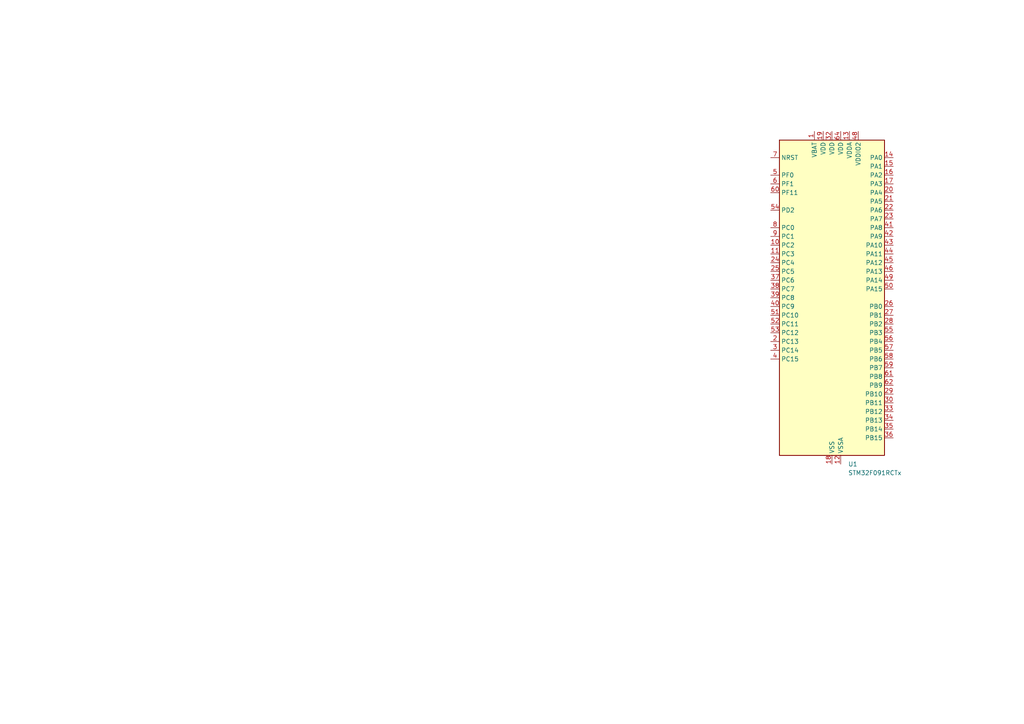
<source format=kicad_sch>
(kicad_sch (version 20250114) (generator "eeschema") (generator_version "9.0")
  (paper "A4")
  (lib_symbols
    (symbol "MCU_ST_STM32F0:STM32F091RCTx"
      (property "Reference" "U" (at -15.24 46.99 0))
      (property "Value" "STM32F091RCTx" (at 10.16 46.99 0))
      (symbol "STM32F091RCTx_0_1"
        (rectangle (start -15.24 -45.72) (end 15.24 45.72) (stroke (width 0.254)) (fill (type background)))
      )
      (symbol "STM32F091RCTx_1_1"
        (pin input line (at -17.78 40.64 0) (length 2.54) (name "NRST") (number "7"))
        (pin bidirectional line (at -17.78 35.56 0) (length 2.54) (name "PF0") (number "5"))
        (pin bidirectional line (at -17.78 33.02 0) (length 2.54) (name "PF1") (number "6"))
        (pin bidirectional line (at -17.78 30.48 0) (length 2.54) (name "PF11") (number "60"))
        (pin bidirectional line (at -17.78 25.4 0) (length 2.54) (name "PD2") (number "54"))
        (pin bidirectional line (at -17.78 20.32 0) (length 2.54) (name "PC0") (number "8"))
        (pin bidirectional line (at -17.78 17.78 0) (length 2.54) (name "PC1") (number "9"))
        (pin bidirectional line (at -17.78 15.24 0) (length 2.54) (name "PC2") (number "10"))
        (pin bidirectional line (at -17.78 12.7 0) (length 2.54) (name "PC3") (number "11"))
        (pin bidirectional line (at -17.78 10.16 0) (length 2.54) (name "PC4") (number "24"))
        (pin bidirectional line (at -17.78 7.62 0) (length 2.54) (name "PC5") (number "25"))
        (pin bidirectional line (at -17.78 5.08 0) (length 2.54) (name "PC6") (number "37"))
        (pin bidirectional line (at -17.78 2.54 0) (length 2.54) (name "PC7") (number "38"))
        (pin bidirectional line (at -17.78 0 0) (length 2.54) (name "PC8") (number "39"))
        (pin bidirectional line (at -17.78 -2.54 0) (length 2.54) (name "PC9") (number "40"))
        (pin bidirectional line (at -17.78 -5.08 0) (length 2.54) (name "PC10") (number "51"))
        (pin bidirectional line (at -17.78 -7.62 0) (length 2.54) (name "PC11") (number "52"))
        (pin bidirectional line (at -17.78 -10.16 0) (length 2.54) (name "PC12") (number "53"))
        (pin bidirectional line (at -17.78 -12.7 0) (length 2.54) (name "PC13") (number "2"))
        (pin bidirectional line (at -17.78 -15.24 0) (length 2.54) (name "PC14") (number "3"))
        (pin bidirectional line (at -17.78 -17.78 0) (length 2.54) (name "PC15") (number "4"))
        (pin power_in line (at -5.08 48.26 270) (length 2.54) (name "VBAT") (number "1"))
        (pin power_in line (at -2.54 48.26 270) (length 2.54) (name "VDD") (number "19"))
        (pin power_in line (at 0 48.26 270) (length 2.54) (name "VDD") (number "32"))
        (pin power_in line (at 0 -48.26 90) (length 2.54) (name "VSS") (number "18"))
        (pin passive line (at 0 -48.26 90) (length 2.54) (hide yes) (name "VSS") (number "31"))
        (pin passive line (at 0 -48.26 90) (length 2.54) (hide yes) (name "VSS") (number "47"))
        (pin passive line (at 0 -48.26 90) (length 2.54) (hide yes) (name "VSS") (number "63"))
        (pin power_in line (at 2.54 48.26 270) (length 2.54) (name "VDD") (number "64"))
        (pin power_in line (at 2.54 -48.26 90) (length 2.54) (name "VSSA") (number "12"))
        (pin power_in line (at 5.08 48.26 270) (length 2.54) (name "VDDA") (number "13"))
        (pin power_in line (at 7.62 48.26 270) (length 2.54) (name "VDDIO2") (number "48"))
        (pin bidirectional line (at 17.78 40.64 180) (length 2.54) (name "PA0") (number "14"))
        (pin bidirectional line (at 17.78 38.1 180) (length 2.54) (name "PA1") (number "15"))
        (pin bidirectional line (at 17.78 35.56 180) (length 2.54) (name "PA2") (number "16"))
        (pin bidirectional line (at 17.78 33.02 180) (length 2.54) (name "PA3") (number "17"))
        (pin bidirectional line (at 17.78 30.48 180) (length 2.54) (name "PA4") (number "20"))
        (pin bidirectional line (at 17.78 27.94 180) (length 2.54) (name "PA5") (number "21"))
        (pin bidirectional line (at 17.78 25.4 180) (length 2.54) (name "PA6") (number "22"))
        (pin bidirectional line (at 17.78 22.86 180) (length 2.54) (name "PA7") (number "23"))
        (pin bidirectional line (at 17.78 20.32 180) (length 2.54) (name "PA8") (number "41"))
        (pin bidirectional line (at 17.78 17.78 180) (length 2.54) (name "PA9") (number "42"))
        (pin bidirectional line (at 17.78 15.24 180) (length 2.54) (name "PA10") (number "43"))
        (pin bidirectional line (at 17.78 12.7 180) (length 2.54) (name "PA11") (number "44"))
        (pin bidirectional line (at 17.78 10.16 180) (length 2.54) (name "PA12") (number "45"))
        (pin bidirectional line (at 17.78 7.62 180) (length 2.54) (name "PA13") (number "46"))
        (pin bidirectional line (at 17.78 5.08 180) (length 2.54) (name "PA14") (number "49"))
        (pin bidirectional line (at 17.78 2.54 180) (length 2.54) (name "PA15") (number "50"))
        (pin bidirectional line (at 17.78 -2.54 180) (length 2.54) (name "PB0") (number "26"))
        (pin bidirectional line (at 17.78 -5.08 180) (length 2.54) (name "PB1") (number "27"))
        (pin bidirectional line (at 17.78 -7.62 180) (length 2.54) (name "PB2") (number "28"))
        (pin bidirectional line (at 17.78 -10.16 180) (length 2.54) (name "PB3") (number "55"))
        (pin bidirectional line (at 17.78 -12.7 180) (length 2.54) (name "PB4") (number "56"))
        (pin bidirectional line (at 17.78 -15.24 180) (length 2.54) (name "PB5") (number "57"))
        (pin bidirectional line (at 17.78 -17.78 180) (length 2.54) (name "PB6") (number "58"))
        (pin bidirectional line (at 17.78 -20.32 180) (length 2.54) (name "PB7") (number "59"))
        (pin bidirectional line (at 17.78 -22.86 180) (length 2.54) (name "PB8") (number "61"))
        (pin bidirectional line (at 17.78 -25.4 180) (length 2.54) (name "PB9") (number "62"))
        (pin bidirectional line (at 17.78 -27.94 180) (length 2.54) (name "PB10") (number "29"))
        (pin bidirectional line (at 17.78 -30.48 180) (length 2.54) (name "PB11") (number "30"))
        (pin bidirectional line (at 17.78 -33.02 180) (length 2.54) (name "PB12") (number "33"))
        (pin bidirectional line (at 17.78 -35.56 180) (length 2.54) (name "PB13") (number "34"))
        (pin bidirectional line (at 17.78 -38.1 180) (length 2.54) (name "PB14") (number "35"))
        (pin bidirectional line (at 17.78 -40.64 180) (length 2.54) (name "PB15") (number "36"))
      )
    )
  )
  (symbol (lib_id "MCU_ST_STM32F0:STM32F091RCTx") (at 241.3 86.36 0) (unit 1)
    (property "Reference" "U1" (at 245.9833 134.62 0) (effects (justify left)))
    (property "Value" "STM32F091RCTx" (at 245.9833 137.16 0) (effects (justify left)))
    (property "Footprint" "Package_QFP:LQFP-64_10x10mm_P0.5mm" (effects (hide yes)))
    (property "Datasheet" "https://www.st.com/resource/en/datasheet/stm32f091rc.pdf" (effects (hide yes)))
    (property "Description" "STMicroelectronics Arm Cortex-M0 MCU, 256KB flash, 32KB RAM, 48 MHz, 2.0-3.6V, 52 GPIO, LQFP64" (effects (hide yes)))
  )
)
</source>
